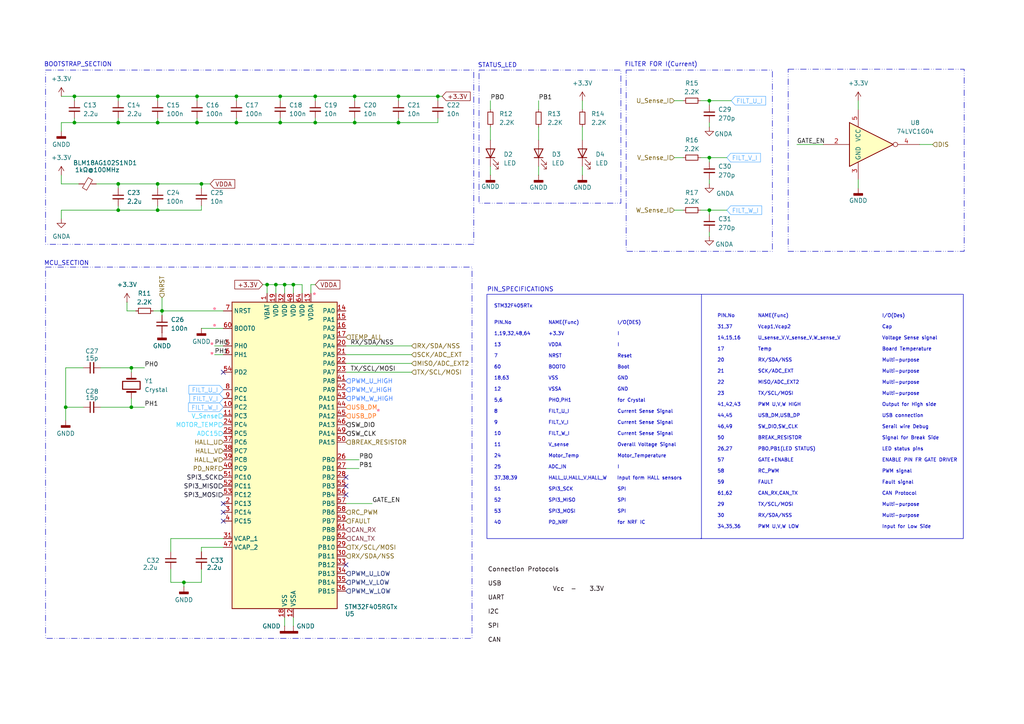
<source format=kicad_sch>
(kicad_sch (version 20240819) (generator "eeschema") (generator_version "8.99")
  (paper "A4")
  (title_block (title "MOTOR_DRIVER_GRAGO") (date "2024-10-12") (company "STM32G4 based design"))
  (lib_symbols
    (symbol "74xGxx:74LVC1G04"
      (property "Reference" "U" (at 0 7.62 0))
      (property "Value" "74LVC1G04" (at 5.08 -7.62 0))
      (symbol "74LVC1G04_0_1"
        (polyline (pts (xy -7.62 6.35) (xy -7.62 -6.35) (xy 5.08 0) (xy -7.62 6.35)) (stroke (width 0.254)) (fill (type background)))
      )
      (symbol "74LVC1G04_1_1"
        (pin input line (at -15.24 0 0) (length 7.62) (name "~") (number "2"))
        (pin power_in line (at -5.08 10.16 270) (length 5.08) (name "VCC") (number "5"))
        (pin power_in line (at -5.08 -10.16 90) (length 5.08) (name "GND") (number "3"))
        (pin output inverted (at 12.7 0 180) (length 7.62) (name "~") (number "4"))
      )
    )
    (symbol "Device:C_Small" (pin_numbers hide) (pin_names (offset 0.254) hide)
      (property "Reference" "C" (at 0.254 1.778 0))
      (property "Value" "C_Small" (at 0.254 -2.032 0))
      (symbol "C_Small_0_1"
        (polyline (pts (xy -1.524 0.508) (xy 1.524 0.508)) (stroke (width 0.3048)))
        (polyline (pts (xy -1.524 -0.508) (xy 1.524 -0.508)) (stroke (width 0.3302)))
      )
      (symbol "C_Small_1_1"
        (pin passive line (at 0 2.54 270) (length 2.032) (name "~") (number "1"))
        (pin passive line (at 0 -2.54 90) (length 2.032) (name "~") (number "2"))
      )
    )
    (symbol "Device:Crystal" (pin_numbers hide) (pin_names (offset 1.016) hide)
      (property "Reference" "Y" (at 0 3.81 0))
      (property "Value" "Crystal" (at 0 -3.81 0))
      (symbol "Crystal_0_1"
        (polyline (pts (xy -2.54 0) (xy -1.905 0)))
        (polyline (pts (xy -1.905 -1.27) (xy -1.905 1.27)) (stroke (width 0.508)))
        (rectangle (start -1.143 2.54) (end 1.143 -2.54) (stroke (width 0.3048)))
        (polyline (pts (xy 1.905 -1.27) (xy 1.905 1.27)) (stroke (width 0.508)))
        (polyline (pts (xy 2.54 0) (xy 1.905 0)))
      )
      (symbol "Crystal_1_1"
        (pin passive line (at -3.81 0 0) (length 1.27) (name "1") (number "1"))
        (pin passive line (at 3.81 0 180) (length 1.27) (name "2") (number "2"))
      )
    )
    (symbol "Device:FerriteBead_Small" (pin_numbers hide) (pin_names (offset 0))
      (property "Reference" "FB" (at 1.905 1.27 0))
      (property "Value" "FerriteBead_Small" (at 1.905 -1.27 0))
      (symbol "FerriteBead_Small_0_1"
        (polyline (pts (xy -1.8288 0.2794) (xy -1.1176 1.4986) (xy 1.8288 -0.2032) (xy 1.1176 -1.4224) (xy -1.8288 0.2794)))
        (polyline (pts (xy 0 0.889) (xy 0 1.2954)))
        (polyline (pts (xy 0 -1.27) (xy 0 -0.7874)))
      )
      (symbol "FerriteBead_Small_1_1"
        (pin passive line (at 0 2.54 270) (length 1.27) (name "~") (number "1"))
        (pin passive line (at 0 -2.54 90) (length 1.27) (name "~") (number "2"))
      )
    )
    (symbol "Device:LED" (pin_numbers hide) (pin_names (offset 1.016) hide)
      (property "Reference" "D" (at 0 2.54 0))
      (property "Value" "LED" (at 0 -2.54 0))
      (symbol "LED_0_1"
        (polyline (pts (xy -3.048 -0.762) (xy -4.572 -2.286) (xy -3.81 -2.286) (xy -4.572 -2.286) (xy -4.572 -1.524)))
        (polyline (pts (xy -1.778 -0.762) (xy -3.302 -2.286) (xy -2.54 -2.286) (xy -3.302 -2.286) (xy -3.302 -1.524)))
        (polyline (pts (xy -1.27 0) (xy 1.27 0)))
        (polyline (pts (xy -1.27 -1.27) (xy -1.27 1.27)) (stroke (width 0.254)))
        (polyline (pts (xy 1.27 -1.27) (xy 1.27 1.27) (xy -1.27 0) (xy 1.27 -1.27)) (stroke (width 0.254)))
      )
      (symbol "LED_1_1"
        (pin passive line (at -3.81 0 0) (length 2.54) (name "K") (number "1"))
        (pin passive line (at 3.81 0 180) (length 2.54) (name "A") (number "2"))
      )
    )
    (symbol "Device:R_Small" (pin_numbers hide) (pin_names (offset 0.254) hide)
      (property "Reference" "R" (at 0.762 0.508 0))
      (property "Value" "R_Small" (at 0.762 -1.016 0))
      (symbol "R_Small_0_1"
        (rectangle (start -0.762 1.778) (end 0.762 -1.778) (stroke (width 0.2032)))
      )
      (symbol "R_Small_1_1"
        (pin passive line (at 0 2.54 270) (length 0.762) (name "~") (number "1"))
        (pin passive line (at 0 -2.54 90) (length 0.762) (name "~") (number "2"))
      )
    )
    (symbol "MCU_ST_STM32F4:STM32F405RGTx"
      (property "Reference" "U" (at -15.24 46.99 0))
      (property "Value" "STM32F405RGTx" (at 10.16 46.99 0))
      (symbol "STM32F405RGTx_0_1"
        (rectangle (start -15.24 -43.18) (end 15.24 45.72) (stroke (width 0.254)) (fill (type background)))
      )
      (symbol "STM32F405RGTx_1_1"
        (pin input line (at -17.78 43.18 0) (length 2.54) (name "NRST") (number "7"))
        (pin input line (at -17.78 38.1 0) (length 2.54) (name "BOOT0") (number "60"))
        (pin bidirectional line (at -17.78 33.02 0) (length 2.54) (name "PH0") (number "5"))
        (pin bidirectional line (at -17.78 30.48 0) (length 2.54) (name "PH1") (number "6"))
        (pin bidirectional line (at -17.78 25.4 0) (length 2.54) (name "PD2") (number "54"))
        (pin bidirectional line (at -17.78 20.32 0) (length 2.54) (name "PC0") (number "8"))
        (pin bidirectional line (at -17.78 17.78 0) (length 2.54) (name "PC1") (number "9"))
        (pin bidirectional line (at -17.78 15.24 0) (length 2.54) (name "PC2") (number "10"))
        (pin bidirectional line (at -17.78 12.7 0) (length 2.54) (name "PC3") (number "11"))
        (pin bidirectional line (at -17.78 10.16 0) (length 2.54) (name "PC4") (number "24"))
        (pin bidirectional line (at -17.78 7.62 0) (length 2.54) (name "PC5") (number "25"))
        (pin bidirectional line (at -17.78 5.08 0) (length 2.54) (name "PC6") (number "37"))
        (pin bidirectional line (at -17.78 2.54 0) (length 2.54) (name "PC7") (number "38"))
        (pin bidirectional line (at -17.78 0 0) (length 2.54) (name "PC8") (number "39"))
        (pin bidirectional line (at -17.78 -2.54 0) (length 2.54) (name "PC9") (number "40"))
        (pin bidirectional line (at -17.78 -5.08 0) (length 2.54) (name "PC10") (number "51"))
        (pin bidirectional line (at -17.78 -7.62 0) (length 2.54) (name "PC11") (number "52"))
        (pin bidirectional line (at -17.78 -10.16 0) (length 2.54) (name "PC12") (number "53"))
        (pin bidirectional line (at -17.78 -12.7 0) (length 2.54) (name "PC13") (number "2"))
        (pin bidirectional line (at -17.78 -15.24 0) (length 2.54) (name "PC14") (number "3"))
        (pin bidirectional line (at -17.78 -17.78 0) (length 2.54) (name "PC15") (number "4"))
        (pin power_out line (at -17.78 -22.86 0) (length 2.54) (name "VCAP_1") (number "31"))
        (pin power_out line (at -17.78 -25.4 0) (length 2.54) (name "VCAP_2") (number "47"))
        (pin power_in line (at -5.08 48.26 270) (length 2.54) (name "VBAT") (number "1"))
        (pin power_in line (at -2.54 48.26 270) (length 2.54) (name "VDD") (number "19"))
        (pin power_in line (at 0 48.26 270) (length 2.54) (name "VDD") (number "32"))
        (pin power_in line (at 0 -45.72 90) (length 2.54) (name "VSS") (number "18"))
        (pin passive line (at 0 -45.72 90) (length 2.54) hide (name "VSS") (number "63"))
        (pin power_in line (at 2.54 48.26 270) (length 2.54) (name "VDD") (number "48"))
        (pin power_in line (at 2.54 -45.72 90) (length 2.54) (name "VSSA") (number "12"))
        (pin power_in line (at 5.08 48.26 270) (length 2.54) (name "VDD") (number "64"))
        (pin power_in line (at 7.62 48.26 270) (length 2.54) (name "VDDA") (number "13"))
        (pin bidirectional line (at 17.78 43.18 180) (length 2.54) (name "PA0") (number "14"))
        (pin bidirectional line (at 17.78 40.64 180) (length 2.54) (name "PA1") (number "15"))
        (pin bidirectional line (at 17.78 38.1 180) (length 2.54) (name "PA2") (number "16"))
        (pin bidirectional line (at 17.78 35.56 180) (length 2.54) (name "PA3") (number "17"))
        (pin bidirectional line (at 17.78 33.02 180) (length 2.54) (name "PA4") (number "20"))
        (pin bidirectional line (at 17.78 30.48 180) (length 2.54) (name "PA5") (number "21"))
        (pin bidirectional line (at 17.78 27.94 180) (length 2.54) (name "PA6") (number "22"))
        (pin bidirectional line (at 17.78 25.4 180) (length 2.54) (name "PA7") (number "23"))
        (pin bidirectional line (at 17.78 22.86 180) (length 2.54) (name "PA8") (number "41"))
        (pin bidirectional line (at 17.78 20.32 180) (length 2.54) (name "PA9") (number "42"))
        (pin bidirectional line (at 17.78 17.78 180) (length 2.54) (name "PA10") (number "43"))
        (pin bidirectional line (at 17.78 15.24 180) (length 2.54) (name "PA11") (number "44"))
        (pin bidirectional line (at 17.78 12.7 180) (length 2.54) (name "PA12") (number "45"))
        (pin bidirectional line (at 17.78 10.16 180) (length 2.54) (name "PA13") (number "46"))
        (pin bidirectional line (at 17.78 7.62 180) (length 2.54) (name "PA14") (number "49"))
        (pin bidirectional line (at 17.78 5.08 180) (length 2.54) (name "PA15") (number "50"))
        (pin bidirectional line (at 17.78 0 180) (length 2.54) (name "PB0") (number "26"))
        (pin bidirectional line (at 17.78 -2.54 180) (length 2.54) (name "PB1") (number "27"))
        (pin bidirectional line (at 17.78 -5.08 180) (length 2.54) (name "PB2") (number "28"))
        (pin bidirectional line (at 17.78 -7.62 180) (length 2.54) (name "PB3") (number "55"))
        (pin bidirectional line (at 17.78 -10.16 180) (length 2.54) (name "PB4") (number "56"))
        (pin bidirectional line (at 17.78 -12.7 180) (length 2.54) (name "PB5") (number "57"))
        (pin bidirectional line (at 17.78 -15.24 180) (length 2.54) (name "PB6") (number "58"))
        (pin bidirectional line (at 17.78 -17.78 180) (length 2.54) (name "PB7") (number "59"))
        (pin bidirectional line (at 17.78 -20.32 180) (length 2.54) (name "PB8") (number "61"))
        (pin bidirectional line (at 17.78 -22.86 180) (length 2.54) (name "PB9") (number "62"))
        (pin bidirectional line (at 17.78 -25.4 180) (length 2.54) (name "PB10") (number "29"))
        (pin bidirectional line (at 17.78 -27.94 180) (length 2.54) (name "PB11") (number "30"))
        (pin bidirectional line (at 17.78 -30.48 180) (length 2.54) (name "PB12") (number "33"))
        (pin bidirectional line (at 17.78 -33.02 180) (length 2.54) (name "PB13") (number "34"))
        (pin bidirectional line (at 17.78 -35.56 180) (length 2.54) (name "PB14") (number "35"))
        (pin bidirectional line (at 17.78 -38.1 180) (length 2.54) (name "PB15") (number "36"))
      )
    )
    (symbol "power:+3.3V" (power) (pin_numbers hide) (pin_names (offset 0) hide)
      (property "Value" "+3.3V" (at 0 3.556 0))
      (symbol "+3.3V_0_1"
        (polyline (pts (xy -0.762 1.27) (xy 0 2.54)))
        (polyline (pts (xy 0 2.54) (xy 0.762 1.27)))
        (polyline (pts (xy 0 0) (xy 0 2.54)))
      )
      (symbol "+3.3V_1_1"
        (pin power_in line (at 0 0 90) (length 0) (name "~") (number "1"))
      )
    )
    (symbol "power:GNDA" (power) (pin_numbers hide) (pin_names (offset 0) hide)
      (property "Value" "GNDA" (at 0 -3.81 0))
      (symbol "GNDA_0_1"
        (polyline (pts (xy 0 0) (xy 0 -1.27) (xy 1.27 -1.27) (xy 0 -2.54) (xy -1.27 -1.27) (xy 0 -1.27)))
      )
      (symbol "GNDA_1_1"
        (pin power_in line (at 0 0 270) (length 0) (name "~") (number "1"))
      )
    )
    (symbol "power:GNDD" (power) (pin_numbers hide) (pin_names (offset 0) hide)
      (property "Value" "GNDD" (at 0 -3.175 0))
      (symbol "GNDD_0_1"
        (rectangle (start -1.27 -1.524) (end 1.27 -2.032) (stroke (width 0.254)) (fill (type outline)))
        (polyline (pts (xy 0 0) (xy 0 -1.524)))
      )
      (symbol "GNDD_1_1"
        (pin power_in line (at 0 0 270) (length 0) (name "~") (number "1"))
      )
    )
  )
  (rectangle (start 13.208 77.47) (end 136.906 185.166) (stroke (width 0) (type dash_dot_dot)))
  (rectangle (start 138.938 20.32) (end 180.086 58.928) (stroke (width 0) (type dash_dot_dot)))
  (rectangle (start 13.208 20.32) (end 137.414 70.866) (stroke (width 0) (type dash_dot_dot)))
  (rectangle (start 228.6 20.066) (end 279.654 72.898) (stroke (width 0) (type dash_dot_dot)))
  (rectangle (start 181.61 20.32) (end 224.028 72.898) (stroke (width 0) (type dash_dot_dot)))
  (rectangle (start 141.224 85.344) (end 279.4 156.21))
  (text "*" (at 61.468 100.33 0) (effects (font (size 1.27 1.27) (thickness 0.254) (bold yes))))
  (text "*" (at 62.23 94.996 0) (effects (font (size 1.27 1.27) (thickness 0.254) (bold yes))))
  (text "Connection Protocols\n\nUSB\n\nUART\n\nI2C\n\nSPI\n\nCAN" (at 141.478 175.514 0) (effects (font (size 1.27 1.27)) (justify left)))
  (text "PIN.No		NAME(Func)							I/O(Des)\n\n31,37		Vcap1,Vcap2							Cap\n\n14,15,16	U_sense_V,V_sense_V,W_sense_V		Voltage Sense signal\n\n17			Temp								Board Temperature\n\n20			RX/SDA/NSS							Multi-purpose\n\n21			SCK/ADC_EXT							Multi-purpose\n\n22			MISO/ADC_EXT2						Multi-purpose\n\n23			TX/SCL/MOSI							Multi-purpose\n\n41,42,43	PWM U,V,W HIGH						Output for High side\n\n44,45		USB_DM,USB_DP						USB connection\n\n46,49		SW_DIO,SW_CLK						Serail wire Debug\n\n50			BREAK_RESISTOR						Signal for Break Side\n\n26,27		PBO,PB1(LED STATUS)					LED status pins\n\n57			GATE+ENABLE							ENABLE PIN FR GATE DRIVER\n\n58			RC_PWM								PWM signal\n\n59			FAULT								Fault signal\n\n61,62		CAN_RX,CAN_TX						CAN Protocol\n\n29			TX/SCL/MOSI							Multi-purpose\n\n30			RX/SDA/NSS							Multi-purpose\n\n34,35,36	PWM U,V,W LOW						Input for Low Side\n\n\n\n" (at 208.026 124.714 0) (effects (font (size 1 1)) (justify left)))
  (text "MCU_SECTION" (at 19.304 76.454 0) (effects (font (size 1.27 1.27))))
  (text "*" (at 91.186 85.852 0) (effects (font (size 1.27 1.27) (thickness 0.254) (bold yes))))
  (text "STM32F405RTx\n\n\nPIN.No    		NAME(Func)     		I/O(DES)     	\n\n1,19,32,48,64	+3.3V				I		  	\n\n13				VDDA           		I          	\n\n7				NRST				Reset			\n\n60				BOOTO				Boot			\n\n18,63			VSS					GND			\n\n12				VSSA				GND			\n\n5,6				PHO,PH1				for Crystal			\n	\n8				FILT_U_I			Current Sense Signal			\n\n9				FILT_V_I			Current Sense Signal			\n\n10				FILT_W_I			Current Sense Signal			\n\n11				V_sense				Overall Voltage Signal			\n\n24				Motor_Temp			Motor_Temperature\n\n25				ADC_IN				I\n\n37,38,39		HALL_U,HALL_V,HALL_W    Input form HALL sensors\n\n51				SPI3_SCK			SPI\n\n52				SPI3_MISO			SPI\n\n53				SPI3_MOSI			SPI\n\n40				PD_NRF				for NRF IC			\n\n\n\n" (at 143.256 122.682 0) (effects (font (size 1 1)) (justify left)))
  (text "STATUS_LED" (at 144.272 19.05 0) (effects (font (size 1.27 1.27))))
  (text "*" (at 62.23 90.17 0) (effects (font (size 1.27 1.27) (thickness 0.254) (bold yes))))
  (text "*" (at 109.728 119.634 0) (effects (font (size 1.27 1.27) (thickness 0.254) (bold yes))))
  (text "PIN_SPECIFICATIONS\n" (at 141.224 84.074 0) (effects (font (size 1.27 1.27)) (justify left)))
  (text "*" (at 61.468 103.124 0) (effects (font (size 1.27 1.27) (thickness 0.254) (bold yes))))
  (text "FILTER FOR I(Current)\n\n" (at 191.77 19.812 0) (effects (font (size 1.27 1.27))))
  (text "BOOTSTRAP_SECTION" (at 22.606 18.796 0) (effects (font (size 1.27 1.27))))
  (text "Vcc  -    3.3V" (at 160.274 170.942 0) (effects (font (size 1.27 1.27)) (justify left)))
  (junction (at 68.58 27.94))
  (junction (at 205.74 45.72))
  (junction (at 77.47 82.55))
  (junction (at 34.29 53.34))
  (junction (at 34.29 60.96))
  (junction (at 102.87 35.56))
  (junction (at 85.09 82.55))
  (junction (at 68.58 35.56))
  (junction (at 57.15 27.94))
  (junction (at 34.29 27.94))
  (junction (at 21.59 27.94))
  (junction (at 102.87 27.94))
  (junction (at 80.01 82.55))
  (junction (at 57.15 35.56))
  (junction (at 81.28 35.56))
  (junction (at 45.72 35.56))
  (junction (at 205.74 29.21))
  (junction (at 38.1 118.11))
  (junction (at 45.72 60.96))
  (junction (at 34.29 35.56))
  (junction (at 82.55 82.55))
  (junction (at 115.57 35.56))
  (junction (at 127 27.94))
  (junction (at 91.44 35.56))
  (junction (at 45.72 53.34))
  (junction (at 81.28 27.94))
  (junction (at 21.59 35.56))
  (junction (at 46.99 90.17))
  (junction (at 115.57 27.94))
  (junction (at 58.42 53.34))
  (junction (at 19.05 118.11))
  (junction (at 91.44 27.94))
  (junction (at 205.74 60.96))
  (junction (at 53.34 168.91))
  (junction (at 38.1 106.68))
  (junction (at 45.72 27.94))
  (no_connect (at 64.77 148.59))
  (no_connect (at 100.33 138.43))
  (no_connect (at 100.33 140.97))
  (no_connect (at 100.33 143.51))
  (no_connect (at 64.77 146.05))
  (no_connect (at 64.77 151.13))
  (no_connect (at 100.33 163.83))
  (no_connect (at 64.77 107.95))
  (wire (pts (xy 21.59 34.29) (xy 21.59 35.56)))
  (wire (pts (xy 100.33 102.87) (xy 119.38 102.87)))
  (wire (pts (xy 100.33 107.95) (xy 119.38 107.95)))
  (wire (pts (xy 156.21 29.21) (xy 156.21 31.75)))
  (wire (pts (xy 58.42 53.34) (xy 60.96 53.34)))
  (wire (pts (xy 91.44 27.94) (xy 102.87 27.94)))
  (wire (pts (xy 248.92 29.21) (xy 248.92 31.75)))
  (wire (pts (xy 21.59 27.94) (xy 34.29 27.94)))
  (wire (pts (xy 21.59 27.94) (xy 21.59 29.21)))
  (wire (pts (xy 49.53 160.02) (xy 49.53 156.21)))
  (wire (pts (xy 62.23 100.33) (xy 64.77 100.33)))
  (wire (pts (xy 85.09 179.07) (xy 85.09 181.61)))
  (wire (pts (xy 85.09 82.55) (xy 85.09 85.09)))
  (polyline (pts (xy 203.454 85.344) (xy 203.454 156.21)))
  (wire (pts (xy 91.44 35.56) (xy 81.28 35.56)))
  (wire (pts (xy 203.2 29.21) (xy 205.74 29.21)))
  (wire (pts (xy 100.33 133.35) (xy 104.14 133.35)))
  (wire (pts (xy 17.78 27.94) (xy 21.59 27.94)))
  (wire (pts (xy 82.55 82.55) (xy 85.09 82.55)))
  (wire (pts (xy 68.58 27.94) (xy 81.28 27.94)))
  (wire (pts (xy 17.78 53.34) (xy 22.86 53.34)))
  (wire (pts (xy 142.24 48.26) (xy 142.24 50.8)))
  (wire (pts (xy 17.78 50.8) (xy 17.78 53.34)))
  (wire (pts (xy 76.2 82.55) (xy 77.47 82.55)))
  (wire (pts (xy 34.29 27.94) (xy 34.29 29.21)))
  (wire (pts (xy 58.42 160.02) (xy 58.42 158.75)))
  (wire (pts (xy 34.29 35.56) (xy 21.59 35.56)))
  (wire (pts (xy 205.74 60.96) (xy 205.74 62.23)))
  (wire (pts (xy 36.83 90.17) (xy 39.37 90.17)))
  (wire (pts (xy 17.78 60.96) (xy 34.29 60.96)))
  (wire (pts (xy 142.24 36.83) (xy 142.24 40.64)))
  (wire (pts (xy 57.15 35.56) (xy 45.72 35.56)))
  (wire (pts (xy 156.21 48.26) (xy 156.21 50.8)))
  (wire (pts (xy 34.29 27.94) (xy 45.72 27.94)))
  (wire (pts (xy 46.99 86.36) (xy 46.99 90.17)))
  (wire (pts (xy 17.78 63.5) (xy 17.78 60.96)))
  (wire (pts (xy 266.7 41.91) (xy 270.51 41.91)))
  (wire (pts (xy 91.44 34.29) (xy 91.44 35.56)))
  (wire (pts (xy 19.05 106.68) (xy 24.13 106.68)))
  (wire (pts (xy 100.33 146.05) (xy 107.95 146.05)))
  (wire (pts (xy 49.53 168.91) (xy 53.34 168.91)))
  (wire (pts (xy 38.1 107.95) (xy 38.1 106.68)))
  (wire (pts (xy 80.01 82.55) (xy 82.55 82.55)))
  (wire (pts (xy 127 34.29) (xy 127 35.56)))
  (wire (pts (xy 58.42 53.34) (xy 58.42 54.61)))
  (wire (pts (xy 45.72 35.56) (xy 34.29 35.56)))
  (wire (pts (xy 127 27.94) (xy 127 29.21)))
  (wire (pts (xy 195.58 45.72) (xy 198.12 45.72)))
  (wire (pts (xy 91.44 82.55) (xy 90.17 82.55)))
  (wire (pts (xy 80.01 82.55) (xy 80.01 85.09)))
  (wire (pts (xy 46.99 90.17) (xy 46.99 91.44)))
  (wire (pts (xy 77.47 82.55) (xy 77.47 85.09)))
  (wire (pts (xy 205.74 67.31) (xy 205.74 68.58)))
  (wire (pts (xy 38.1 106.68) (xy 41.91 106.68)))
  (wire (pts (xy 49.53 168.91) (xy 49.53 165.1)))
  (wire (pts (xy 68.58 34.29) (xy 68.58 35.56)))
  (wire (pts (xy 100.33 100.33) (xy 119.38 100.33)))
  (wire (pts (xy 34.29 59.69) (xy 34.29 60.96)))
  (wire (pts (xy 34.29 53.34) (xy 45.72 53.34)))
  (wire (pts (xy 81.28 34.29) (xy 81.28 35.56)))
  (wire (pts (xy 127 27.94) (xy 128.27 27.94)))
  (wire (pts (xy 205.74 35.56) (xy 205.74 36.83)))
  (wire (pts (xy 115.57 27.94) (xy 115.57 29.21)))
  (wire (pts (xy 57.15 27.94) (xy 68.58 27.94)))
  (wire (pts (xy 45.72 27.94) (xy 57.15 27.94)))
  (wire (pts (xy 87.63 82.55) (xy 87.63 85.09)))
  (wire (pts (xy 195.58 29.21) (xy 198.12 29.21)))
  (wire (pts (xy 34.29 60.96) (xy 45.72 60.96)))
  (wire (pts (xy 38.1 115.57) (xy 38.1 118.11)))
  (wire (pts (xy 195.58 60.96) (xy 198.12 60.96)))
  (wire (pts (xy 115.57 34.29) (xy 115.57 35.56)))
  (wire (pts (xy 38.1 118.11) (xy 41.91 118.11)))
  (wire (pts (xy 102.87 27.94) (xy 115.57 27.94)))
  (wire (pts (xy 53.34 168.91) (xy 58.42 168.91)))
  (wire (pts (xy 156.21 36.83) (xy 156.21 40.64)))
  (wire (pts (xy 203.2 45.72) (xy 205.74 45.72)))
  (wire (pts (xy 36.83 87.63) (xy 36.83 90.17)))
  (wire (pts (xy 58.42 168.91) (xy 58.42 165.1)))
  (wire (pts (xy 90.17 82.55) (xy 90.17 85.09)))
  (wire (pts (xy 19.05 121.92) (xy 19.05 118.11)))
  (wire (pts (xy 102.87 35.56) (xy 91.44 35.56)))
  (wire (pts (xy 248.92 52.07) (xy 248.92 54.61)))
  (wire (pts (xy 168.91 36.83) (xy 168.91 40.64)))
  (wire (pts (xy 44.45 90.17) (xy 46.99 90.17)))
  (wire (pts (xy 45.72 59.69) (xy 45.72 60.96)))
  (wire (pts (xy 205.74 29.21) (xy 212.09 29.21)))
  (wire (pts (xy 27.94 53.34) (xy 34.29 53.34)))
  (wire (pts (xy 142.24 29.21) (xy 142.24 31.75)))
  (wire (pts (xy 57.15 34.29) (xy 57.15 35.56)))
  (wire (pts (xy 58.42 59.69) (xy 58.42 60.96)))
  (wire (pts (xy 62.23 102.87) (xy 64.77 102.87)))
  (wire (pts (xy 81.28 27.94) (xy 91.44 27.94)))
  (wire (pts (xy 168.91 29.21) (xy 168.91 31.75)))
  (wire (pts (xy 45.72 60.96) (xy 58.42 60.96)))
  (wire (pts (xy 53.34 170.18) (xy 53.34 168.91)))
  (wire (pts (xy 58.42 95.25) (xy 64.77 95.25)))
  (wire (pts (xy 205.74 60.96) (xy 210.82 60.96)))
  (wire (pts (xy 77.47 82.55) (xy 80.01 82.55)))
  (wire (pts (xy 17.78 35.56) (xy 17.78 38.1)))
  (wire (pts (xy 81.28 35.56) (xy 68.58 35.56)))
  (wire (pts (xy 100.33 105.41) (xy 119.38 105.41)))
  (wire (pts (xy 49.53 156.21) (xy 64.77 156.21)))
  (wire (pts (xy 58.42 158.75) (xy 64.77 158.75)))
  (wire (pts (xy 46.99 90.17) (xy 64.77 90.17)))
  (wire (pts (xy 115.57 35.56) (xy 127 35.56)))
  (wire (pts (xy 45.72 27.94) (xy 45.72 29.21)))
  (wire (pts (xy 45.72 34.29) (xy 45.72 35.56)))
  (wire (pts (xy 205.74 45.72) (xy 205.74 46.99)))
  (wire (pts (xy 82.55 82.55) (xy 82.55 85.09)))
  (wire (pts (xy 115.57 27.94) (xy 127 27.94)))
  (wire (pts (xy 85.09 82.55) (xy 87.63 82.55)))
  (polyline (pts (xy 203.2 156.21) (xy 203.454 156.21)))
  (wire (pts (xy 82.55 179.07) (xy 82.55 181.61)))
  (wire (pts (xy 205.74 52.07) (xy 205.74 53.34)))
  (wire (pts (xy 168.91 48.26) (xy 168.91 50.8)))
  (wire (pts (xy 81.28 27.94) (xy 81.28 29.21)))
  (wire (pts (xy 45.72 53.34) (xy 45.72 54.61)))
  (wire (pts (xy 205.74 29.21) (xy 205.74 30.48)))
  (wire (pts (xy 21.59 35.56) (xy 17.78 35.56)))
  (wire (pts (xy 68.58 27.94) (xy 68.58 29.21)))
  (wire (pts (xy 45.72 53.34) (xy 58.42 53.34)))
  (wire (pts (xy 57.15 27.94) (xy 57.15 29.21)))
  (wire (pts (xy 29.21 106.68) (xy 38.1 106.68)))
  (wire (pts (xy 231.14 41.91) (xy 238.76 41.91)))
  (wire (pts (xy 19.05 118.11) (xy 24.13 118.11)))
  (wire (pts (xy 100.33 135.89) (xy 104.14 135.89)))
  (wire (pts (xy 203.2 60.96) (xy 205.74 60.96)))
  (wire (pts (xy 102.87 27.94) (xy 102.87 29.21)))
  (wire (pts (xy 29.21 118.11) (xy 38.1 118.11)))
  (wire (pts (xy 34.29 53.34) (xy 34.29 54.61)))
  (wire (pts (xy 205.74 45.72) (xy 210.82 45.72)))
  (wire (pts (xy 68.58 35.56) (xy 57.15 35.56)))
  (wire (pts (xy 91.44 27.94) (xy 91.44 29.21)))
  (wire (pts (xy 34.29 34.29) (xy 34.29 35.56)))
  (wire (pts (xy 19.05 118.11) (xy 19.05 106.68)))
  (wire (pts (xy 102.87 35.56) (xy 115.57 35.56)))
  (wire (pts (xy 102.87 34.29) (xy 102.87 35.56)))
  (label "TX{slash}SCL{slash}MOSI" (at 101.6 107.95 0))
  (label "GATE_EN" (at 231.14 41.91 0))
  (label "PB1" (at 104.14 135.89 0))
  (label "PH1" (at 62.23 102.87 0))
  (label "PH0" (at 62.23 100.33 0))
  (label "PBO" (at 142.24 29.21 0))
  (label "PBO" (at 104.14 133.35 0))
  (label "PB1" (at 156.21 29.21 0))
  (label "PH1" (at 41.91 118.11 0))
  (label "PH0" (at 41.91 106.68 0))
  (label "GATE_EN" (at 107.95 146.05 0))
  (label "RX{slash}SDA{slash}NSS" (at 101.6 100.33 0))
  (global_label "FILT_V_I" (shape input) (at 64.77 115.57 180) (property "Intersheetrefs" "${INTERSHEET_REFS}" (effects (hide yes))))
  (global_label "FILT_W_I" (shape input) (at 64.77 118.11 180) (property "Intersheetrefs" "${INTERSHEET_REFS}" (effects (hide yes))))
  (global_label "FILT_V_I" (shape input) (at 210.82 45.72 0) (property "Intersheetrefs" "${INTERSHEET_REFS}" (effects (hide yes))))
  (global_label "+3.3V" (shape input) (at 76.2 82.55 180) (property "Intersheetrefs" "${INTERSHEET_REFS}" (effects (hide yes))))
  (global_label "+3.3V" (shape input) (at 128.27 27.94 0) (property "Intersheetrefs" "${INTERSHEET_REFS}" (effects (hide yes))))
  (global_label "FILT_W_I" (shape input) (at 210.82 60.96 0) (property "Intersheetrefs" "${INTERSHEET_REFS}" (effects (hide yes))))
  (global_label "FILT_U_I" (shape input) (at 64.77 113.03 180) (property "Intersheetrefs" "${INTERSHEET_REFS}" (effects (hide yes))))
  (global_label "VDDA" (shape input) (at 60.96 53.34 0) (property "Intersheetrefs" "${INTERSHEET_REFS}" (effects (hide yes))))
  (global_label "FILT_U_I" (shape input) (at 212.09 29.21 0) (property "Intersheetrefs" "${INTERSHEET_REFS}" (effects (hide yes))))
  (global_label "VDDA" (shape input) (at 91.44 82.55 0) (property "Intersheetrefs" "${INTERSHEET_REFS}" (effects (hide yes))))
  (hierarchical_label "USB_DM" (shape input) (at 100.33 118.11 0))
  (hierarchical_label "HALL_U" (shape input) (at 64.77 128.27 180))
  (hierarchical_label "TEMP_ALL" (shape input) (at 100.33 97.79 0))
  (hierarchical_label "U_Sense_I" (shape input) (at 195.58 29.21 180))
  (hierarchical_label "V_Sense_I" (shape input) (at 195.58 45.72 180))
  (hierarchical_label "PD_NRF" (shape input) (at 64.77 135.89 180))
  (hierarchical_label "W_Sense_I" (shape input) (at 195.58 60.96 180))
  (hierarchical_label "NRST" (shape input) (at 46.99 86.36 90))
  (hierarchical_label "CAN_RX" (shape input) (at 100.33 153.67 0))
  (hierarchical_label "RX{slash}SDA{slash}NSS" (shape input) (at 119.38 100.33 0))
  (hierarchical_label "SW_DIO" (shape input) (at 100.33 123.19 0))
  (hierarchical_label "PWM_V_HIGH" (shape input) (at 100.33 113.03 0))
  (hierarchical_label "MISO{slash}ADC_EXT2" (shape input) (at 119.38 105.41 0))
  (hierarchical_label "RC_PWM" (shape input) (at 100.33 148.59 0))
  (hierarchical_label "TX{slash}SCL{slash}MOSI" (shape input) (at 119.38 107.95 0))
  (hierarchical_label "DIS" (shape input) (at 270.51 41.91 0))
  (hierarchical_label "RX{slash}SDA{slash}NSS" (shape input) (at 100.33 161.29 0))
  (hierarchical_label "PWM_U_HIGH" (shape input) (at 100.33 110.49 0))
  (hierarchical_label "HALL_W" (shape input) (at 64.77 133.35 180))
  (hierarchical_label "CAN_TX" (shape input) (at 100.33 156.21 0))
  (hierarchical_label "SCK{slash}ADC_EXT" (shape input) (at 119.38 102.87 0))
  (hierarchical_label "SPI3_SCK" (shape input) (at 64.77 138.43 180))
  (hierarchical_label "USB_DP" (shape input) (at 100.33 120.65 0))
  (hierarchical_label "MOTOR_TEMP" (shape input) (at 64.77 123.19 180))
  (hierarchical_label "SW_CLK" (shape input) (at 100.33 125.73 0))
  (hierarchical_label "ADC15" (shape input) (at 64.77 125.73 180))
  (hierarchical_label "PWM_W_LOW" (shape input) (at 100.33 171.45 0))
  (hierarchical_label "PWM_U_LOW" (shape input) (at 100.33 166.37 0))
  (hierarchical_label "PWM_W_HIGH" (shape input) (at 100.33 115.57 0))
  (hierarchical_label "SPI3_MOSI" (shape input) (at 64.77 143.51 180))
  (hierarchical_label "TX{slash}SCL{slash}MOSI" (shape input) (at 100.33 158.75 0))
  (hierarchical_label "FAULT" (shape input) (at 100.33 151.13 0))
  (hierarchical_label "SPI3_MISO" (shape input) (at 64.77 140.97 180))
  (hierarchical_label "HALL_V" (shape input) (at 64.77 130.81 180))
  (hierarchical_label "PWM_V_LOW" (shape input) (at 100.33 168.91 0))
  (hierarchical_label "V_Sense" (shape input) (at 64.77 120.65 180))
  (hierarchical_label "BREAK_RESISTOR" (shape input) (at 100.33 128.27 0))
  (symbol (lib_id "Device:C_Small") (at 68.58 31.75 0) (unit 1)
    (property "Reference" "C17" (at 71.12 30.4862 0) (effects (justify left)))
    (property "Value" "100n" (at 71.12 33.0262 0) (effects (justify left)))
    (property "Description" "Unpolarized capacitor, small symbol" (effects (hide yes)))
  )
  (symbol (lib_id "Device:R_Small") (at 168.91 34.29 180) (unit 1)
    (property "Reference" "R14" (at 171.45 33.0199 0) (effects (justify right)))
    (property "Value" "2.2K" (at 171.45 35.5599 0) (effects (justify right)))
    (property "Description" "Resistor, small symbol" (effects (hide yes)))
  )
  (symbol (lib_id "Device:C_Small") (at 45.72 31.75 0) (unit 1)
    (property "Reference" "C15" (at 48.26 30.4862 0) (effects (justify left)))
    (property "Value" "100n" (at 48.26 33.0262 0) (effects (justify left)))
    (property "Description" "Unpolarized capacitor, small symbol" (effects (hide yes)))
  )
  (symbol (lib_id "Device:C_Small") (at 46.99 93.98 0) (unit 1)
    (property "Reference" "C26" (at 49.53 92.7162 0) (effects (justify left)))
    (property "Value" "100n" (at 49.53 95.2562 0) (effects (justify left)))
    (property "Description" "Unpolarized capacitor, small symbol" (effects (hide yes)))
  )
  (symbol (lib_id "Device:R_Small") (at 41.91 90.17 90) (unit 1)
    (property "Reference" "R11" (at 41.91 85.09 90))
    (property "Value" "2.2K" (at 41.91 87.63 90))
    (property "Description" "Resistor, small symbol" (effects (hide yes)))
  )
  (symbol (lib_id "power:GNDA") (at 205.74 53.34 0) (unit 1)
    (property "Reference" "#PWR052" (effects (hide yes)))
    (property "Value" "GNDA" (at 210.312 56.134 0))
    (property "Description" "Power symbol creates a global label with name \"GNDA\" , analog ground" (effects (hide yes)))
  )
  (symbol (lib_id "Device:C_Small") (at 45.72 57.15 0) (unit 1)
    (property "Reference" "C24" (at 48.26 55.8862 0) (effects (justify left)))
    (property "Value" "100n" (at 48.26 58.4262 0) (effects (justify left)))
    (property "Description" "Unpolarized capacitor, small symbol" (effects (hide yes)))
  )
  (symbol (lib_id "power:GNDA") (at 205.74 68.58 0) (unit 1)
    (property "Reference" "#PWR053" (effects (hide yes)))
    (property "Value" "GNDA" (at 210.058 70.866 0))
    (property "Description" "Power symbol creates a global label with name \"GNDA\" , analog ground" (effects (hide yes)))
  )
  (symbol (lib_id "Device:LED") (at 168.91 44.45 90) (unit 1)
    (property "Reference" "D4" (at 172.72 44.7674 90) (effects (justify right)))
    (property "Value" "LED" (at 172.72 47.3074 90) (effects (justify right)))
    (property "Description" "Light emitting diode" (effects (hide yes)))
  )
  (symbol (lib_id "Device:C_Small") (at 34.29 57.15 0) (unit 1)
    (property "Reference" "C23" (at 36.83 55.8862 0) (effects (justify left)))
    (property "Value" "2.2u" (at 36.83 58.4262 0) (effects (justify left)))
    (property "Description" "Unpolarized capacitor, small symbol" (effects (hide yes)))
  )
  (symbol (lib_id "Device:C_Small") (at 115.57 31.75 0) (unit 1)
    (property "Reference" "C21" (at 118.11 30.4862 0) (effects (justify left)))
    (property "Value" "10n" (at 118.11 33.0262 0) (effects (justify left)))
    (property "Description" "Unpolarized capacitor, small symbol" (effects (hide yes)))
  )
  (symbol (lib_id "Device:C_Small") (at 58.42 162.56 0) (unit 1)
    (property "Reference" "C33" (at 60.96 162.56 0) (effects (justify left)))
    (property "Value" "2.2u" (at 59.944 164.592 0) (effects (justify left)))
    (property "Description" "Unpolarized capacitor, small symbol" (effects (hide yes)))
  )
  (symbol (lib_id "Device:C_Small") (at 57.15 31.75 0) (unit 1)
    (property "Reference" "C16" (at 59.69 30.4862 0) (effects (justify left)))
    (property "Value" "100n" (at 59.69 33.0262 0) (effects (justify left)))
    (property "Description" "Unpolarized capacitor, small symbol" (effects (hide yes)))
  )
  (symbol (lib_id "Device:FerriteBead_Small") (at 25.4 53.34 90) (unit 1)
    (property "Reference" "BLM18AG102S1ND1" (at 30.48 47.244 90))
    (property "Value" "1kΩ@100MHz" (at 28.194 49.276 90))
    (property "Description" "Ferrite bead, small symbol" (effects (hide yes)))
  )
  (symbol (lib_id "Device:C_Small") (at 127 31.75 0) (unit 1)
    (property "Reference" "C22" (at 129.54 30.4862 0) (effects (justify left)))
    (property "Value" "10n" (at 129.54 33.0262 0) (effects (justify left)))
    (property "Description" "Unpolarized capacitor, small symbol" (effects (hide yes)))
  )
  (symbol (lib_id "Device:C_Small") (at 49.53 162.56 0) (unit 1)
    (property "Reference" "C32" (at 42.418 162.56 0) (effects (justify left)))
    (property "Value" "2.2u" (at 41.402 164.592 0) (effects (justify left)))
    (property "Description" "Unpolarized capacitor, small symbol" (effects (hide yes)))
  )
  (symbol (lib_id "power:+3.3V") (at 248.92 29.21 0) (unit 1)
    (property "Reference" "#PWR081" (effects (hide yes)))
    (property "Value" "+3.3V" (at 248.92 24.13 0))
    (property "Description" "Power symbol creates a global label with name \"+3.3V\"" (effects (hide yes)))
  )
  (symbol (lib_id "power:+3.3V") (at 36.83 87.63 0) (unit 1)
    (property "Reference" "#PWR043" (effects (hide yes)))
    (property "Value" "+3.3V" (at 36.83 82.55 0))
    (property "Description" "Power symbol creates a global label with name \"+3.3V\"" (effects (hide yes)))
  )
  (symbol (lib_id "power:+3.3V") (at 17.78 27.94 0) (unit 1)
    (property "Reference" "#PWR01" (effects (hide yes)))
    (property "Value" "+3.3V" (at 17.78 22.86 0))
    (property "Description" "Power symbol creates a global label with name \"+3.3V\"" (effects (hide yes)))
  )
  (symbol (lib_id "Device:C_Small") (at 34.29 31.75 0) (unit 1)
    (property "Reference" "C14" (at 36.83 30.4862 0) (effects (justify left)))
    (property "Value" "2.2u" (at 36.83 33.0262 0) (effects (justify left)))
    (property "Description" "Unpolarized capacitor, small symbol" (effects (hide yes)))
  )
  (symbol (lib_id "power:GNDD") (at 58.42 95.25 0) (unit 1)
    (property "Reference" "#PWR045" (effects (hide yes)))
    (property "Value" "GNDD" (at 58.42 99.06 0))
    (property "Description" "Power symbol creates a global label with name \"GNDD\" , digital ground" (effects (hide yes)))
  )
  (symbol (lib_id "Device:C_Small") (at 91.44 31.75 0) (unit 1)
    (property "Reference" "C19" (at 93.98 30.4862 0) (effects (justify left)))
    (property "Value" "10n" (at 93.98 33.0262 0) (effects (justify left)))
    (property "Description" "Unpolarized capacitor, small symbol" (effects (hide yes)))
  )
  (symbol (lib_id "Device:R_Small") (at 200.66 29.21 90) (unit 1)
    (property "Reference" "R15" (at 200.66 24.13 90))
    (property "Value" "2.2K" (at 200.66 26.67 90))
    (property "Description" "Resistor, small symbol" (effects (hide yes)))
  )
  (symbol (lib_id "power:+3.3V") (at 168.91 29.21 0) (unit 1)
    (property "Reference" "#PWR049" (effects (hide yes)))
    (property "Value" "+3.3V" (at 168.91 24.13 0))
    (property "Description" "Power symbol creates a global label with name \"+3.3V\"" (effects (hide yes)))
  )
  (symbol (lib_id "Device:C_Small") (at 205.74 49.53 0) (unit 1)
    (property "Reference" "C30" (at 208.28 48.2662 0) (effects (justify left)))
    (property "Value" "270p" (at 208.28 50.8062 0) (effects (justify left)))
    (property "Description" "Unpolarized capacitor, small symbol" (effects (hide yes)))
  )
  (symbol (lib_id "Device:C_Small") (at 26.67 118.11 90) (unit 1)
    (property "Reference" "C28" (at 26.67 113.538 90))
    (property "Value" "15p" (at 26.67 115.316 90))
    (property "Description" "Unpolarized capacitor, small symbol" (effects (hide yes)))
  )
  (symbol (lib_id "MCU_ST_STM32F4:STM32F405RGTx") (at 82.55 133.35 0) (unit 1)
    (property "Reference" "U5" (at 100.076 178.054 0) (effects (justify left)))
    (property "Value" "STM32F405RGTx" (at 99.822 176.022 0) (effects (justify left)))
    (property "Footprint" "Package_QFP:LQFP-64_10x10mm_P0.5mm" (effects (hide yes)))
    (property "Datasheet" "https://www.st.com/resource/en/datasheet/stm32f405rg.pdf" (effects (hide yes)))
    (property "Description" "STMicroelectronics Arm Cortex-M4 MCU, 1024KB flash, 192KB RAM, 168 MHz, 1.8-3.6V, 51 GPIO, LQFP64" (effects (hide yes)))
  )
  (symbol (lib_id "power:GNDD") (at 17.78 38.1 0) (unit 1)
    (property "Reference" "#PWR038" (effects (hide yes)))
    (property "Value" "GNDD" (at 17.78 41.91 0))
    (property "Description" "Power symbol creates a global label with name \"GNDD\" , digital ground" (effects (hide yes)))
  )
  (symbol (lib_id "74xGxx:74LVC1G04") (at 254 41.91 0) (unit 1)
    (property "Reference" "U8" (at 265.43 35.5914 0))
    (property "Value" "74LVC1G04" (at 265.43 38.1314 0))
    (property "Datasheet" "https://www.ti.com/lit/ds/symlink/sn74lvc1g04.pdf" (effects (hide yes)))
    (property "Description" "Single NOT Gate, Low-Voltage CMOS" (effects (hide yes)))
  )
  (symbol (lib_id "power:GNDD") (at 19.05 121.92 0) (unit 1)
    (property "Reference" "#PWR046" (effects (hide yes)))
    (property "Value" "GNDD" (at 19.05 125.73 0))
    (property "Description" "Power symbol creates a global label with name \"GNDD\" , digital ground" (effects (hide yes)))
  )
  (symbol (lib_id "Device:C_Small") (at 205.74 33.02 0) (unit 1)
    (property "Reference" "C29" (at 208.28 31.7562 0) (effects (justify left)))
    (property "Value" "270p" (at 208.28 34.2962 0) (effects (justify left)))
    (property "Description" "Unpolarized capacitor, small symbol" (effects (hide yes)))
  )
  (symbol (lib_id "power:GNDD") (at 85.09 181.61 0) (unit 1)
    (property "Reference" "#PWR041" (effects (hide yes)))
    (property "Value" "GNDD" (at 88.646 181.61 0))
    (property "Description" "Power symbol creates a global label with name \"GNDD\" , digital ground" (effects (hide yes)))
  )
  (symbol (lib_id "Device:C_Small") (at 205.74 64.77 0) (unit 1)
    (property "Reference" "C31" (at 208.28 63.5062 0) (effects (justify left)))
    (property "Value" "270p" (at 208.28 66.0462 0) (effects (justify left)))
    (property "Description" "Unpolarized capacitor, small symbol" (effects (hide yes)))
  )
  (symbol (lib_id "power:GNDD") (at 248.92 54.61 0) (unit 1)
    (property "Reference" "#PWR080" (effects (hide yes)))
    (property "Value" "GNDD" (at 248.92 58.166 0))
    (property "Description" "Power symbol creates a global label with name \"GNDD\" , digital ground" (effects (hide yes)))
  )
  (symbol (lib_id "Device:C_Small") (at 58.42 57.15 0) (unit 1)
    (property "Reference" "C25" (at 60.96 55.8862 0) (effects (justify left)))
    (property "Value" "10n" (at 60.96 58.4262 0) (effects (justify left)))
    (property "Description" "Unpolarized capacitor, small symbol" (effects (hide yes)))
  )
  (symbol (lib_id "Device:R_Small") (at 200.66 60.96 90) (unit 1)
    (property "Reference" "R17" (at 200.66 55.88 90))
    (property "Value" "2.2K" (at 200.66 58.42 90))
    (property "Description" "Resistor, small symbol" (effects (hide yes)))
  )
  (symbol (lib_id "power:GNDA") (at 205.74 36.83 0) (unit 1)
    (property "Reference" "#PWR051" (effects (hide yes)))
    (property "Value" "GNDA" (at 209.804 38.862 0))
    (property "Description" "Power symbol creates a global label with name \"GNDA\" , analog ground" (effects (hide yes)))
  )
  (symbol (lib_id "power:GNDD") (at 142.24 50.8 0) (unit 1)
    (property "Reference" "#PWR047" (effects (hide yes)))
    (property "Value" "GNDD" (at 142.24 54.102 0))
    (property "Description" "Power symbol creates a global label with name \"GNDD\" , digital ground" (effects (hide yes)))
  )
  (symbol (lib_id "Device:C_Small") (at 102.87 31.75 0) (unit 1)
    (property "Reference" "C20" (at 105.41 30.4862 0) (effects (justify left)))
    (property "Value" "10n" (at 105.41 33.0262 0) (effects (justify left)))
    (property "Description" "Unpolarized capacitor, small symbol" (effects (hide yes)))
  )
  (symbol (lib_id "Device:C_Small") (at 81.28 31.75 0) (unit 1)
    (property "Reference" "C18" (at 83.82 30.4862 0) (effects (justify left)))
    (property "Value" "100n" (at 83.82 33.0262 0) (effects (justify left)))
    (property "Description" "Unpolarized capacitor, small symbol" (effects (hide yes)))
  )
  (symbol (lib_id "power:GNDD") (at 168.91 50.8 0) (unit 1)
    (property "Reference" "#PWR050" (effects (hide yes)))
    (property "Value" "GNDD" (at 168.91 54.356 0))
    (property "Description" "Power symbol creates a global label with name \"GNDD\" , digital ground" (effects (hide yes)))
  )
  (symbol (lib_id "power:+3.3V") (at 17.78 50.8 0) (unit 1)
    (property "Reference" "#PWR039" (effects (hide yes)))
    (property "Value" "+3.3V" (at 17.78 45.72 0))
    (property "Description" "Power symbol creates a global label with name \"+3.3V\"" (effects (hide yes)))
  )
  (symbol (lib_id "Device:Crystal") (at 38.1 111.76 270) (unit 1)
    (property "Reference" "Y1" (at 41.91 110.4899 90) (effects (justify left)))
    (property "Value" "Crystal" (at 41.91 113.0299 90) (effects (justify left)))
    (property "Description" "Two pin crystal" (effects (hide yes)))
  )
  (symbol (lib_id "power:GNDD") (at 156.21 50.8 0) (unit 1)
    (property "Reference" "#PWR048" (effects (hide yes)))
    (property "Value" "GNDD" (at 156.21 54.356 0))
    (property "Description" "Power symbol creates a global label with name \"GNDD\" , digital ground" (effects (hide yes)))
  )
  (symbol (lib_id "Device:R_Small") (at 200.66 45.72 90) (unit 1)
    (property "Reference" "R16" (at 200.66 40.64 90))
    (property "Value" "2.2K" (at 200.66 43.18 90))
    (property "Description" "Resistor, small symbol" (effects (hide yes)))
  )
  (symbol (lib_id "power:GNDD") (at 53.34 170.18 0) (unit 1)
    (property "Reference" "#PWR054" (effects (hide yes)))
    (property "Value" "GNDD" (at 53.34 173.99 0))
    (property "Description" "Power symbol creates a global label with name \"GNDD\" , digital ground" (effects (hide yes)))
  )
  (symbol (lib_id "power:GNDD") (at 46.99 96.52 0) (unit 1)
    (property "Reference" "#PWR044" (effects (hide yes)))
    (property "Value" "GNDD" (at 46.99 100.33 0))
    (property "Description" "Power symbol creates a global label with name \"GNDD\" , digital ground" (effects (hide yes)))
  )
  (symbol (lib_id "power:GNDA") (at 17.78 63.5 0) (unit 1)
    (property "Reference" "#PWR040" (effects (hide yes)))
    (property "Value" "GNDA" (at 17.78 68.58 0))
    (property "Description" "Power symbol creates a global label with name \"GNDA\" , analog ground" (effects (hide yes)))
  )
  (symbol (lib_id "Device:LED") (at 156.21 44.45 90) (unit 1)
    (property "Reference" "D3" (at 160.02 44.7674 90) (effects (justify right)))
    (property "Value" "LED" (at 160.02 47.3074 90) (effects (justify right)))
    (property "Description" "Light emitting diode" (effects (hide yes)))
  )
  (symbol (lib_id "Device:C_Small") (at 26.67 106.68 90) (unit 1)
    (property "Reference" "C27" (at 26.67 101.854 90))
    (property "Value" "15p" (at 26.67 103.886 90))
    (property "Description" "Unpolarized capacitor, small symbol" (effects (hide yes)))
  )
  (symbol (lib_id "Device:LED") (at 142.24 44.45 90) (unit 1)
    (property "Reference" "D2" (at 146.05 44.7674 90) (effects (justify right)))
    (property "Value" "LED" (at 146.05 47.3074 90) (effects (justify right)))
    (property "Description" "Light emitting diode" (effects (hide yes)))
  )
  (symbol (lib_id "Device:C_Small") (at 21.59 31.75 0) (unit 1)
    (property "Reference" "C13" (at 24.13 30.4862 0) (effects (justify left)))
    (property "Value" "2.2u" (at 24.13 33.0262 0) (effects (justify left)))
    (property "Description" "Unpolarized capacitor, small symbol" (effects (hide yes)))
  )
  (symbol (lib_id "power:GNDD") (at 82.55 181.61 0) (unit 1)
    (property "Reference" "#PWR042" (effects (hide yes)))
    (property "Value" "GNDD" (at 78.74 181.61 0))
    (property "Description" "Power symbol creates a global label with name \"GNDD\" , digital ground" (effects (hide yes)))
  )
  (symbol (lib_id "Device:R_Small") (at 156.21 34.29 180) (unit 1)
    (property "Reference" "R13" (at 158.75 33.0199 0) (effects (justify right)))
    (property "Value" "2.2K" (at 158.75 35.5599 0) (effects (justify right)))
    (property "Description" "Resistor, small symbol" (effects (hide yes)))
  )
  (symbol (lib_id "Device:R_Small") (at 142.24 34.29 180) (unit 1)
    (property "Reference" "R12" (at 144.78 33.0199 0) (effects (justify right)))
    (property "Value" "2.2K" (at 144.78 35.5599 0) (effects (justify right)))
    (property "Description" "Resistor, small symbol" (effects (hide yes)))
  )
)
</source>
